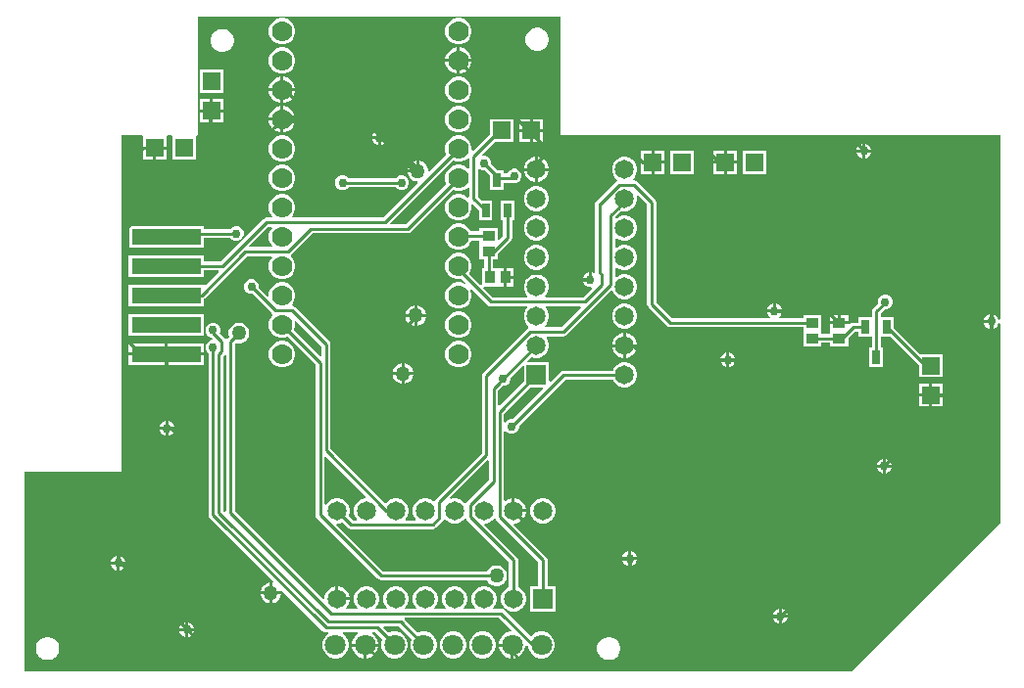
<source format=gbl>
G04*
G04 #@! TF.GenerationSoftware,Altium Limited,CircuitMaker,2.2.1 (2.2.1.6)*
G04*
G04 Layer_Physical_Order=2*
G04 Layer_Color=11436288*
%FSLAX25Y25*%
%MOIN*%
G70*
G04*
G04 #@! TF.SameCoordinates,7D6918CB-AAF1-45DD-B34D-4DF02806F7BC*
G04*
G04*
G04 #@! TF.FilePolarity,Positive*
G04*
G01*
G75*
%ADD12C,0.01000*%
%ADD32R,0.04134X0.03543*%
%ADD33R,0.03543X0.04134*%
%ADD38R,0.02559X0.04724*%
%ADD39C,0.02500*%
%ADD41R,0.05905X0.05905*%
%ADD44C,0.07087*%
%ADD45R,0.05905X0.05905*%
%ADD46C,0.06500*%
%ADD47R,0.06500X0.06500*%
%ADD48C,0.07000*%
%ADD49R,0.06500X0.06500*%
%ADD50C,0.03000*%
%ADD51C,0.05000*%
%ADD52R,0.23622X0.05512*%
G36*
X183071Y183465D02*
X332677D01*
Y120790D01*
X332177Y120690D01*
X331844Y121495D01*
X331140Y122198D01*
X330224Y122578D01*
Y120079D01*
Y117580D01*
X331140Y117959D01*
X331844Y118663D01*
X332177Y119467D01*
X332677Y119368D01*
X332677Y51181D01*
X282283Y787D01*
X787D01*
Y68898D01*
X33858D01*
Y183465D01*
X40871D01*
X41165Y183087D01*
X41165Y182965D01*
Y179634D01*
X45118D01*
X49071D01*
Y182965D01*
X49071Y183087D01*
X49365Y183465D01*
X50871D01*
X51165Y183087D01*
X51165Y182965D01*
Y175181D01*
X59071D01*
Y182965D01*
X59071Y183087D01*
X59365Y183465D01*
X59842D01*
Y224016D01*
X183071D01*
Y183465D01*
D02*
G37*
%LPC*%
G36*
X149018Y223398D02*
X147833D01*
X146688Y223091D01*
X145662Y222498D01*
X144824Y221661D01*
X144232Y220635D01*
X143925Y219490D01*
Y218305D01*
X144232Y217161D01*
X144824Y216135D01*
X145662Y215297D01*
X146688Y214704D01*
X147833Y214398D01*
X149018D01*
X150162Y214704D01*
X151188Y215297D01*
X152026Y216135D01*
X152619Y217161D01*
X152925Y218305D01*
Y219490D01*
X152619Y220635D01*
X152026Y221661D01*
X151188Y222498D01*
X150162Y223091D01*
X149018Y223398D01*
D02*
G37*
G36*
X89018D02*
X87833D01*
X86688Y223091D01*
X85662Y222498D01*
X84824Y221661D01*
X84232Y220635D01*
X83925Y219490D01*
Y218305D01*
X84232Y217161D01*
X84824Y216135D01*
X85662Y215297D01*
X86688Y214704D01*
X87833Y214398D01*
X89018D01*
X90162Y214704D01*
X91188Y215297D01*
X92026Y216135D01*
X92619Y217161D01*
X92925Y218305D01*
Y219490D01*
X92619Y220635D01*
X92026Y221661D01*
X91188Y222498D01*
X90162Y223091D01*
X89018Y223398D01*
D02*
G37*
G36*
X175717Y220094D02*
X174677D01*
X173671Y219825D01*
X172770Y219305D01*
X172034Y218569D01*
X171513Y217667D01*
X171244Y216662D01*
Y215621D01*
X171513Y214616D01*
X172034Y213715D01*
X172770Y212979D01*
X173671Y212458D01*
X174677Y212189D01*
X175717D01*
X176723Y212458D01*
X177624Y212979D01*
X178360Y213715D01*
X178880Y214616D01*
X179150Y215621D01*
Y216662D01*
X178880Y217667D01*
X178360Y218569D01*
X177624Y219305D01*
X176723Y219825D01*
X175717Y220094D01*
D02*
G37*
G36*
X68631Y219701D02*
X67590D01*
X66584Y219431D01*
X65683Y218911D01*
X64947Y218175D01*
X64427Y217274D01*
X64157Y216268D01*
Y215228D01*
X64427Y214222D01*
X64947Y213321D01*
X65683Y212585D01*
X66584Y212065D01*
X67590Y211795D01*
X68631D01*
X69636Y212065D01*
X70537Y212585D01*
X71273Y213321D01*
X71794Y214222D01*
X72063Y215228D01*
Y216268D01*
X71794Y217274D01*
X71273Y218175D01*
X70537Y218911D01*
X69636Y219431D01*
X68631Y219701D01*
D02*
G37*
G36*
X149018Y213398D02*
X148925D01*
Y209398D01*
X152925D01*
Y209490D01*
X152619Y210635D01*
X152026Y211661D01*
X151188Y212498D01*
X150162Y213091D01*
X149018Y213398D01*
D02*
G37*
G36*
X147925D02*
X147833D01*
X146688Y213091D01*
X145662Y212498D01*
X144824Y211661D01*
X144232Y210635D01*
X143925Y209490D01*
Y209398D01*
X147925D01*
Y213398D01*
D02*
G37*
G36*
X152925Y208398D02*
X148925D01*
Y204398D01*
X149018D01*
X150162Y204704D01*
X151188Y205297D01*
X152026Y206135D01*
X152619Y207161D01*
X152925Y208305D01*
Y208398D01*
D02*
G37*
G36*
X147925D02*
X143925D01*
Y208305D01*
X144232Y207161D01*
X144824Y206135D01*
X145662Y205297D01*
X146688Y204704D01*
X147833Y204398D01*
X147925D01*
Y208398D01*
D02*
G37*
G36*
X89018Y213398D02*
X87833D01*
X86688Y213091D01*
X85662Y212498D01*
X84824Y211661D01*
X84232Y210635D01*
X83925Y209490D01*
Y208305D01*
X84232Y207161D01*
X84824Y206135D01*
X85662Y205297D01*
X86688Y204704D01*
X87833Y204398D01*
X89018D01*
X90162Y204704D01*
X91188Y205297D01*
X92026Y206135D01*
X92619Y207161D01*
X92925Y208305D01*
Y209490D01*
X92619Y210635D01*
X92026Y211661D01*
X91188Y212498D01*
X90162Y213091D01*
X89018Y213398D01*
D02*
G37*
G36*
Y203398D02*
X88925D01*
Y199398D01*
X92925D01*
Y199490D01*
X92619Y200635D01*
X92026Y201661D01*
X91188Y202499D01*
X90162Y203091D01*
X89018Y203398D01*
D02*
G37*
G36*
X87925D02*
X87833D01*
X86688Y203091D01*
X85662Y202499D01*
X84824Y201661D01*
X84232Y200635D01*
X83925Y199490D01*
Y199398D01*
X87925D01*
Y203398D01*
D02*
G37*
G36*
X68421Y205724D02*
X60516D01*
Y197819D01*
X68421D01*
Y205724D01*
D02*
G37*
G36*
X149018Y203398D02*
X147833D01*
X146688Y203091D01*
X145662Y202499D01*
X144824Y201661D01*
X144232Y200635D01*
X143925Y199490D01*
Y198305D01*
X144232Y197161D01*
X144824Y196135D01*
X145662Y195297D01*
X146688Y194704D01*
X147833Y194398D01*
X149018D01*
X150162Y194704D01*
X151188Y195297D01*
X152026Y196135D01*
X152619Y197161D01*
X152925Y198305D01*
Y199490D01*
X152619Y200635D01*
X152026Y201661D01*
X151188Y202499D01*
X150162Y203091D01*
X149018Y203398D01*
D02*
G37*
G36*
X92925Y198398D02*
X88925D01*
Y194398D01*
X89018D01*
X90162Y194704D01*
X91188Y195297D01*
X92026Y196135D01*
X92619Y197161D01*
X92925Y198305D01*
Y198398D01*
D02*
G37*
G36*
X87925D02*
X83925D01*
Y198305D01*
X84232Y197161D01*
X84824Y196135D01*
X85662Y195297D01*
X86688Y194704D01*
X87833Y194398D01*
X87925D01*
Y198398D01*
D02*
G37*
G36*
X68421Y195724D02*
X64969D01*
Y192272D01*
X68421D01*
Y195724D01*
D02*
G37*
G36*
X63968D02*
X60516D01*
Y192272D01*
X63968D01*
Y195724D01*
D02*
G37*
G36*
X89018Y193398D02*
X88925D01*
Y189398D01*
X92925D01*
Y189490D01*
X92619Y190635D01*
X92026Y191661D01*
X91188Y192499D01*
X90162Y193091D01*
X89018Y193398D01*
D02*
G37*
G36*
X87925D02*
X87833D01*
X86688Y193091D01*
X85662Y192499D01*
X84824Y191661D01*
X84232Y190635D01*
X83925Y189490D01*
Y189398D01*
X87925D01*
Y193398D01*
D02*
G37*
G36*
X68421Y191272D02*
X64969D01*
Y187819D01*
X68421D01*
Y191272D01*
D02*
G37*
G36*
X63968D02*
X60516D01*
Y187819D01*
X63968D01*
Y191272D01*
D02*
G37*
G36*
X177181Y188992D02*
X173728D01*
Y185539D01*
X177181D01*
Y188992D01*
D02*
G37*
G36*
X172728D02*
X169276D01*
Y185539D01*
X172728D01*
Y188992D01*
D02*
G37*
G36*
X149018Y193398D02*
X147833D01*
X146688Y193091D01*
X145662Y192499D01*
X144824Y191661D01*
X144232Y190635D01*
X143925Y189490D01*
Y188305D01*
X144232Y187161D01*
X144824Y186135D01*
X145662Y185297D01*
X146688Y184704D01*
X147833Y184398D01*
X149018D01*
X150162Y184704D01*
X151188Y185297D01*
X152026Y186135D01*
X152619Y187161D01*
X152925Y188305D01*
Y189490D01*
X152619Y190635D01*
X152026Y191661D01*
X151188Y192499D01*
X150162Y193091D01*
X149018Y193398D01*
D02*
G37*
G36*
X92925Y188398D02*
X88925D01*
Y184398D01*
X89018D01*
X90162Y184704D01*
X91188Y185297D01*
X92026Y186135D01*
X92619Y187161D01*
X92925Y188305D01*
Y188398D01*
D02*
G37*
G36*
X87925D02*
X83925D01*
Y188305D01*
X84232Y187161D01*
X84824Y186135D01*
X85662Y185297D01*
X86688Y184704D01*
X87833Y184398D01*
X87925D01*
Y188398D01*
D02*
G37*
G36*
X122153Y185176D02*
Y183177D01*
X124152D01*
X123773Y184093D01*
X123070Y184797D01*
X122153Y185176D01*
D02*
G37*
G36*
X121153D02*
X120237Y184797D01*
X119534Y184093D01*
X119155Y183177D01*
X121153D01*
Y185176D01*
D02*
G37*
G36*
X177181Y184539D02*
X173728D01*
Y181087D01*
X177181D01*
Y184539D01*
D02*
G37*
G36*
X172728D02*
X169276D01*
Y181087D01*
X172728D01*
Y184539D01*
D02*
G37*
G36*
X124152Y182177D02*
X122153D01*
Y180178D01*
X123070Y180558D01*
X123773Y181261D01*
X124152Y182177D01*
D02*
G37*
G36*
X121153D02*
X119155D01*
X119534Y181261D01*
X120237Y180558D01*
X121153Y180178D01*
Y182177D01*
D02*
G37*
G36*
X286917Y180649D02*
Y178650D01*
X288916D01*
X288537Y179566D01*
X287833Y180269D01*
X286917Y180649D01*
D02*
G37*
G36*
X285917D02*
X285001Y180269D01*
X284298Y179566D01*
X283918Y178650D01*
X285917D01*
Y180649D01*
D02*
G37*
G36*
X167181Y188992D02*
X159276D01*
Y184025D01*
X153332Y178081D01*
X152925Y178381D01*
Y179490D01*
X152619Y180635D01*
X152026Y181661D01*
X151188Y182499D01*
X150162Y183091D01*
X149018Y183398D01*
X147833D01*
X146688Y183091D01*
X145662Y182499D01*
X144824Y181661D01*
X144232Y180635D01*
X143925Y179490D01*
Y178305D01*
X144232Y177161D01*
X144339Y176975D01*
X138646Y171281D01*
X138146Y171488D01*
Y171721D01*
X137907Y172611D01*
X137446Y173409D01*
X136795Y174060D01*
X135997Y174521D01*
X135146Y174749D01*
Y171260D01*
X134646D01*
Y170760D01*
X131156D01*
X131384Y169909D01*
X131845Y169111D01*
X132497Y168459D01*
X133295Y167998D01*
X134185Y167760D01*
X134417D01*
X134625Y167260D01*
X122792Y155427D01*
X91972D01*
X91781Y155889D01*
X92026Y156135D01*
X92619Y157161D01*
X92925Y158305D01*
Y159490D01*
X92619Y160635D01*
X92026Y161661D01*
X91188Y162498D01*
X90162Y163091D01*
X89018Y163398D01*
X87833D01*
X86688Y163091D01*
X85662Y162498D01*
X84824Y161661D01*
X84232Y160635D01*
X83925Y159490D01*
Y158305D01*
X84232Y157161D01*
X84824Y156135D01*
X85070Y155889D01*
X84879Y155427D01*
X83156D01*
X82571Y155311D01*
X82074Y154979D01*
X67562Y140466D01*
X61878D01*
Y142693D01*
X36256D01*
Y135181D01*
X61878D01*
Y137408D01*
X66678D01*
X66869Y136946D01*
X62340Y132417D01*
X61878Y132608D01*
Y132693D01*
X36256D01*
Y125181D01*
X61878D01*
Y127704D01*
X62105Y127856D01*
X76618Y142368D01*
X84879D01*
X85070Y141906D01*
X84824Y141661D01*
X84232Y140635D01*
X83925Y139490D01*
Y138305D01*
X84232Y137161D01*
X84824Y136135D01*
X85662Y135297D01*
X86688Y134704D01*
X87833Y134398D01*
X89018D01*
X90162Y134704D01*
X91188Y135297D01*
X92026Y136135D01*
X92619Y137161D01*
X92925Y138305D01*
Y139490D01*
X92619Y140635D01*
X92026Y141661D01*
X91514Y142173D01*
X91578Y142816D01*
X98807Y150045D01*
X131102D01*
X131688Y150162D01*
X132184Y150493D01*
X146502Y164812D01*
X146688Y164704D01*
X147833Y164398D01*
X149018D01*
X150162Y164704D01*
X151188Y165297D01*
X151552Y165661D01*
X152014Y165469D01*
Y162380D01*
X151514Y162173D01*
X151188Y162498D01*
X150162Y163091D01*
X149018Y163398D01*
X147833D01*
X146688Y163091D01*
X145662Y162498D01*
X144824Y161661D01*
X144232Y160635D01*
X143925Y159490D01*
Y158305D01*
X144232Y157161D01*
X144824Y156135D01*
X145662Y155297D01*
X146688Y154704D01*
X147833Y154398D01*
X149018D01*
X150162Y154704D01*
X151188Y155297D01*
X152026Y156135D01*
X152619Y157161D01*
X152925Y158305D01*
Y159490D01*
X152828Y159853D01*
X153276Y160112D01*
X155398Y157991D01*
Y154512D01*
X159957D01*
Y161236D01*
X156478D01*
X155073Y162641D01*
Y171841D01*
X155535Y172032D01*
X155670Y171896D01*
X156589Y171516D01*
X157424D01*
X159138Y169802D01*
Y164748D01*
X163697D01*
Y167368D01*
X166226D01*
X166936Y167074D01*
X167930D01*
X168849Y167455D01*
X169552Y168158D01*
X169933Y169077D01*
Y170072D01*
X169552Y170990D01*
X168849Y171694D01*
X167930Y172074D01*
X166936D01*
X166017Y171694D01*
X165313Y170990D01*
X165080Y170427D01*
X163697D01*
Y171472D01*
X161793D01*
X159587Y173679D01*
Y174513D01*
X159206Y175432D01*
X158503Y176135D01*
X157584Y176516D01*
X156800D01*
X156593Y177016D01*
X160663Y181087D01*
X167181D01*
Y188992D01*
D02*
G37*
G36*
X288916Y177650D02*
X286917D01*
Y175651D01*
X287833Y176030D01*
X288537Y176734D01*
X288916Y177650D01*
D02*
G37*
G36*
X285917D02*
X283918D01*
X284298Y176734D01*
X285001Y176030D01*
X285917Y175651D01*
Y177650D01*
D02*
G37*
G36*
X49071Y178634D02*
X45618D01*
Y175181D01*
X49071D01*
Y178634D01*
D02*
G37*
G36*
X44618D02*
X41165D01*
Y175181D01*
X44618D01*
Y178634D01*
D02*
G37*
G36*
X243126Y178165D02*
X239673D01*
Y174713D01*
X243126D01*
Y178165D01*
D02*
G37*
G36*
X218441D02*
X214988D01*
Y174713D01*
X218441D01*
Y178165D01*
D02*
G37*
G36*
X238673D02*
X235221D01*
Y174713D01*
X238673D01*
Y178165D01*
D02*
G37*
G36*
X213988D02*
X210535D01*
Y174713D01*
X213988D01*
Y178165D01*
D02*
G37*
G36*
X89018Y183398D02*
X87833D01*
X86688Y183091D01*
X85662Y182499D01*
X84824Y181661D01*
X84232Y180635D01*
X83925Y179490D01*
Y178305D01*
X84232Y177161D01*
X84824Y176135D01*
X85662Y175297D01*
X86688Y174704D01*
X87833Y174398D01*
X89018D01*
X90162Y174704D01*
X91188Y175297D01*
X92026Y176135D01*
X92619Y177161D01*
X92925Y178305D01*
Y179490D01*
X92619Y180635D01*
X92026Y181661D01*
X91188Y182499D01*
X90162Y183091D01*
X89018Y183398D01*
D02*
G37*
G36*
X175520Y176061D02*
X175461D01*
Y172311D01*
X179211D01*
Y172371D01*
X178921Y173451D01*
X178361Y174421D01*
X177570Y175212D01*
X176601Y175771D01*
X175520Y176061D01*
D02*
G37*
G36*
X174461D02*
X174401D01*
X173320Y175771D01*
X172351Y175212D01*
X171560Y174421D01*
X171000Y173451D01*
X170711Y172371D01*
Y172311D01*
X174461D01*
Y176061D01*
D02*
G37*
G36*
X134146Y174749D02*
X133295Y174521D01*
X132497Y174060D01*
X131845Y173409D01*
X131384Y172611D01*
X131156Y171760D01*
X134146D01*
Y174749D01*
D02*
G37*
G36*
X253126Y178165D02*
X245220D01*
Y170260D01*
X253126D01*
Y178165D01*
D02*
G37*
G36*
X243126Y173713D02*
X239673D01*
Y170260D01*
X243126D01*
Y173713D01*
D02*
G37*
G36*
X238673D02*
X235221D01*
Y170260D01*
X238673D01*
Y173713D01*
D02*
G37*
G36*
X228441Y178165D02*
X220535D01*
Y170260D01*
X228441D01*
Y178165D01*
D02*
G37*
G36*
X218441Y173713D02*
X214988D01*
Y170260D01*
X218441D01*
Y173713D01*
D02*
G37*
G36*
X213988D02*
X210535D01*
Y170260D01*
X213988D01*
Y173713D01*
D02*
G37*
G36*
X129631Y169823D02*
X128637D01*
X127718Y169442D01*
X127128Y168852D01*
X111061D01*
X110471Y169442D01*
X109552Y169823D01*
X108558D01*
X107639Y169442D01*
X106936Y168739D01*
X106555Y167820D01*
Y166825D01*
X106936Y165907D01*
X107639Y165203D01*
X108558Y164823D01*
X109552D01*
X110471Y165203D01*
X111061Y165793D01*
X127128D01*
X127718Y165203D01*
X128637Y164823D01*
X129631D01*
X130550Y165203D01*
X131253Y165907D01*
X131634Y166825D01*
Y167820D01*
X131253Y168739D01*
X130550Y169442D01*
X129631Y169823D01*
D02*
G37*
G36*
X179211Y171311D02*
X175461D01*
Y167561D01*
X175520D01*
X176601Y167851D01*
X177570Y168410D01*
X178361Y169202D01*
X178921Y170171D01*
X179211Y171251D01*
Y171311D01*
D02*
G37*
G36*
X174461D02*
X170711D01*
Y171251D01*
X171000Y170171D01*
X171560Y169202D01*
X172351Y168410D01*
X173320Y167851D01*
X174401Y167561D01*
X174461D01*
Y171311D01*
D02*
G37*
G36*
X89018Y173398D02*
X87833D01*
X86688Y173091D01*
X85662Y172499D01*
X84824Y171661D01*
X84232Y170635D01*
X83925Y169490D01*
Y168305D01*
X84232Y167161D01*
X84824Y166135D01*
X85662Y165297D01*
X86688Y164704D01*
X87833Y164398D01*
X89018D01*
X90162Y164704D01*
X91188Y165297D01*
X92026Y166135D01*
X92619Y167161D01*
X92925Y168305D01*
Y169490D01*
X92619Y170635D01*
X92026Y171661D01*
X91188Y172499D01*
X90162Y173091D01*
X89018Y173398D01*
D02*
G37*
G36*
X175520Y166061D02*
X174401D01*
X173320Y165771D01*
X172351Y165212D01*
X171560Y164421D01*
X171000Y163452D01*
X170711Y162371D01*
Y161251D01*
X171000Y160171D01*
X171560Y159202D01*
X172351Y158410D01*
X173320Y157851D01*
X174401Y157561D01*
X175520D01*
X176601Y157851D01*
X177570Y158410D01*
X178361Y159202D01*
X178921Y160171D01*
X179211Y161251D01*
Y162371D01*
X178921Y163452D01*
X178361Y164421D01*
X177570Y165212D01*
X176601Y165771D01*
X175520Y166061D01*
D02*
G37*
G36*
Y156061D02*
X174401D01*
X173320Y155771D01*
X172351Y155212D01*
X171560Y154421D01*
X171000Y153452D01*
X170711Y152371D01*
Y151251D01*
X171000Y150171D01*
X171560Y149202D01*
X172351Y148410D01*
X173320Y147851D01*
X174401Y147561D01*
X175520D01*
X176601Y147851D01*
X177570Y148410D01*
X178361Y149202D01*
X178921Y150171D01*
X179211Y151251D01*
Y152371D01*
X178921Y153452D01*
X178361Y154421D01*
X177570Y155212D01*
X176601Y155771D01*
X175520Y156061D01*
D02*
G37*
G36*
X61951Y152676D02*
X36329D01*
Y145164D01*
X61951D01*
Y148471D01*
X70828D01*
X71418Y147881D01*
X72337Y147500D01*
X73332D01*
X74251Y147881D01*
X74954Y148584D01*
X75335Y149503D01*
Y150497D01*
X74954Y151416D01*
X74251Y152119D01*
X73332Y152500D01*
X72337D01*
X71418Y152119D01*
X70828Y151529D01*
X61951D01*
Y152676D01*
D02*
G37*
G36*
X175520Y146061D02*
X174401D01*
X173320Y145771D01*
X172351Y145212D01*
X171560Y144421D01*
X171000Y143451D01*
X170711Y142370D01*
Y141252D01*
X171000Y140171D01*
X171560Y139201D01*
X172351Y138410D01*
X173320Y137851D01*
X174401Y137561D01*
X175520D01*
X176601Y137851D01*
X177570Y138410D01*
X178361Y139201D01*
X178921Y140171D01*
X179211Y141252D01*
Y142370D01*
X178921Y143451D01*
X178361Y144421D01*
X177570Y145212D01*
X176601Y145771D01*
X175520Y146061D01*
D02*
G37*
G36*
X167240Y138106D02*
X164969D01*
Y135539D01*
X167240D01*
Y138106D01*
D02*
G37*
G36*
X192807Y136751D02*
X191891Y136371D01*
X191188Y135668D01*
X190808Y134752D01*
X192807D01*
Y136751D01*
D02*
G37*
G36*
X167240Y134539D02*
X164969D01*
Y131972D01*
X167240D01*
Y134539D01*
D02*
G37*
G36*
X256405Y126121D02*
Y124122D01*
X258404D01*
X258025Y125038D01*
X257322Y125742D01*
X256405Y126121D01*
D02*
G37*
G36*
X255405D02*
X254489Y125742D01*
X253786Y125038D01*
X253407Y124122D01*
X255405D01*
Y126121D01*
D02*
G37*
G36*
X134358Y125537D02*
Y122547D01*
X137348D01*
X137120Y123398D01*
X136659Y124196D01*
X136007Y124848D01*
X135209Y125309D01*
X134358Y125537D01*
D02*
G37*
G36*
X133358D02*
X132507Y125309D01*
X131709Y124848D01*
X131058Y124196D01*
X130597Y123398D01*
X130369Y122547D01*
X133358D01*
Y125537D01*
D02*
G37*
G36*
X329224Y122578D02*
X328308Y122198D01*
X327605Y121495D01*
X327225Y120579D01*
X329224D01*
Y122578D01*
D02*
G37*
G36*
X281020Y122358D02*
X278453D01*
Y120087D01*
X281020D01*
Y122358D01*
D02*
G37*
G36*
X277453D02*
X274886D01*
Y120087D01*
X277453D01*
Y122358D01*
D02*
G37*
G36*
X137348Y121547D02*
X134358D01*
Y118558D01*
X135209Y118786D01*
X136007Y119246D01*
X136659Y119898D01*
X137120Y120696D01*
X137348Y121547D01*
D02*
G37*
G36*
X133358D02*
X130369D01*
X130597Y120696D01*
X131058Y119898D01*
X131709Y119246D01*
X132507Y118786D01*
X133358Y118558D01*
Y121547D01*
D02*
G37*
G36*
X329224Y119579D02*
X327225D01*
X327605Y118663D01*
X328308Y117959D01*
X329224Y117580D01*
Y119579D01*
D02*
G37*
G36*
X205520Y126061D02*
X204401D01*
X203320Y125771D01*
X202351Y125212D01*
X201560Y124421D01*
X201000Y123451D01*
X200711Y122371D01*
Y121251D01*
X201000Y120171D01*
X201560Y119202D01*
X202351Y118410D01*
X203320Y117851D01*
X204401Y117561D01*
X205520D01*
X206601Y117851D01*
X207570Y118410D01*
X208362Y119202D01*
X208921Y120171D01*
X209211Y121251D01*
Y122371D01*
X208921Y123451D01*
X208362Y124421D01*
X207570Y125212D01*
X206601Y125771D01*
X205520Y126061D01*
D02*
G37*
G36*
X61878Y122693D02*
X36256D01*
Y115181D01*
X61878D01*
Y122693D01*
D02*
G37*
G36*
X149018Y123398D02*
X147833D01*
X146688Y123091D01*
X145662Y122499D01*
X144824Y121661D01*
X144232Y120635D01*
X143925Y119490D01*
Y118305D01*
X144232Y117161D01*
X144824Y116135D01*
X145662Y115297D01*
X146688Y114704D01*
X147833Y114398D01*
X149018D01*
X150162Y114704D01*
X151188Y115297D01*
X152026Y116135D01*
X152619Y117161D01*
X152925Y118305D01*
Y119490D01*
X152619Y120635D01*
X152026Y121661D01*
X151188Y122499D01*
X150162Y123091D01*
X149018Y123398D01*
D02*
G37*
G36*
X74280Y119642D02*
X73358D01*
X72468Y119403D01*
X71670Y118942D01*
X71018Y118291D01*
X70557Y117493D01*
X70319Y116603D01*
Y115681D01*
X70504Y114990D01*
X69785Y114270D01*
X69698Y114141D01*
X69097D01*
X69042Y114223D01*
X67213Y116052D01*
X67445Y116613D01*
Y117607D01*
X67064Y118526D01*
X66361Y119230D01*
X65442Y119610D01*
X64448D01*
X63529Y119230D01*
X62826Y118526D01*
X62445Y117607D01*
Y116613D01*
X62826Y115694D01*
X63529Y114991D01*
X64245Y114694D01*
X64757Y114182D01*
X64566Y113721D01*
X64463D01*
X63544Y113340D01*
X62841Y112637D01*
X62461Y111718D01*
Y110723D01*
X62841Y109804D01*
X63431Y109214D01*
Y54134D01*
X63548Y53549D01*
X63879Y53052D01*
X85446Y31486D01*
X85187Y31038D01*
X85146Y31049D01*
Y28059D01*
X88135D01*
X88124Y28100D01*
X88572Y28359D01*
X102265Y14667D01*
X102761Y14335D01*
X103347Y14219D01*
X104147D01*
X104281Y13719D01*
X103864Y13478D01*
X103018Y12632D01*
X102420Y11596D01*
X102110Y10441D01*
Y9244D01*
X102420Y8089D01*
X103018Y7053D01*
X103864Y6207D01*
X104900Y5609D01*
X106055Y5299D01*
X107252D01*
X108407Y5609D01*
X109443Y6207D01*
X110289Y7053D01*
X110887Y8089D01*
X111197Y9244D01*
Y10441D01*
X110887Y11596D01*
X110289Y12632D01*
X109443Y13478D01*
X109027Y13719D01*
X109160Y14219D01*
X114147D01*
X114281Y13719D01*
X113864Y13478D01*
X113018Y12632D01*
X112420Y11596D01*
X112110Y10441D01*
Y10343D01*
X116654D01*
X121197D01*
Y10441D01*
X120887Y11596D01*
X120289Y12632D01*
X119443Y13478D01*
X119027Y13719D01*
X119160Y14219D01*
X120115D01*
X122536Y11797D01*
X122420Y11596D01*
X122110Y10441D01*
Y9244D01*
X122420Y8089D01*
X123018Y7053D01*
X123864Y6207D01*
X124900Y5609D01*
X126055Y5299D01*
X127252D01*
X128407Y5609D01*
X129443Y6207D01*
X130289Y7053D01*
X130887Y8089D01*
X131197Y9244D01*
Y10441D01*
X130887Y11596D01*
X130289Y12632D01*
X129443Y13478D01*
X128407Y14076D01*
X127252Y14386D01*
X126055D01*
X124900Y14076D01*
X124699Y13960D01*
X122902Y15757D01*
X123094Y16219D01*
X128114D01*
X132536Y11797D01*
X132420Y11596D01*
X132110Y10441D01*
Y9244D01*
X132420Y8089D01*
X133018Y7053D01*
X133864Y6207D01*
X134900Y5609D01*
X136055Y5299D01*
X137252D01*
X138407Y5609D01*
X139443Y6207D01*
X140289Y7053D01*
X140887Y8089D01*
X141197Y9244D01*
Y10441D01*
X140887Y11596D01*
X140289Y12632D01*
X139443Y13478D01*
X138407Y14076D01*
X137252Y14386D01*
X136055D01*
X134900Y14076D01*
X134699Y13960D01*
X129988Y18671D01*
X130195Y19171D01*
X162294D01*
X166618Y14848D01*
X166426Y14386D01*
X166055D01*
X164900Y14076D01*
X163864Y13478D01*
X163018Y12632D01*
X162420Y11596D01*
X162110Y10441D01*
Y10343D01*
X166654D01*
Y9843D01*
X167154D01*
Y5299D01*
X167252D01*
X168407Y5609D01*
X169443Y6207D01*
X170289Y7053D01*
X170887Y8089D01*
X171197Y9244D01*
Y9615D01*
X171659Y9807D01*
X172110Y9355D01*
Y9244D01*
X172420Y8089D01*
X173018Y7053D01*
X173864Y6207D01*
X174900Y5609D01*
X176055Y5299D01*
X177252D01*
X178407Y5609D01*
X179443Y6207D01*
X180289Y7053D01*
X180887Y8089D01*
X181197Y9244D01*
Y10441D01*
X180887Y11596D01*
X180289Y12632D01*
X179443Y13478D01*
X178407Y14076D01*
X177252Y14386D01*
X176055D01*
X174900Y14076D01*
X173864Y13478D01*
X173089Y12703D01*
X164009Y21782D01*
X163513Y22114D01*
X162928Y22230D01*
X160429D01*
X160238Y22692D01*
X160527Y22981D01*
X161086Y23950D01*
X161376Y25031D01*
Y26150D01*
X161086Y27231D01*
X160527Y28200D01*
X159736Y28991D01*
X158766Y29551D01*
X157685Y29841D01*
X156567D01*
X155485Y29551D01*
X154516Y28991D01*
X153725Y28200D01*
X153166Y27231D01*
X152876Y26150D01*
Y25031D01*
X153166Y23950D01*
X153725Y22981D01*
X154014Y22692D01*
X153823Y22230D01*
X150429D01*
X150238Y22692D01*
X150527Y22981D01*
X151086Y23950D01*
X151376Y25031D01*
Y26150D01*
X151086Y27231D01*
X150527Y28200D01*
X149735Y28991D01*
X148766Y29551D01*
X147686Y29841D01*
X146566D01*
X145485Y29551D01*
X144516Y28991D01*
X143725Y28200D01*
X143166Y27231D01*
X142876Y26150D01*
Y25031D01*
X143166Y23950D01*
X143725Y22981D01*
X144014Y22692D01*
X143823Y22230D01*
X140429D01*
X140238Y22692D01*
X140527Y22981D01*
X141086Y23950D01*
X141376Y25031D01*
Y26150D01*
X141086Y27231D01*
X140527Y28200D01*
X139735Y28991D01*
X138766Y29551D01*
X137686Y29841D01*
X136566D01*
X135485Y29551D01*
X134516Y28991D01*
X133725Y28200D01*
X133166Y27231D01*
X132876Y26150D01*
Y25031D01*
X133166Y23950D01*
X133725Y22981D01*
X134014Y22692D01*
X133823Y22230D01*
X130429D01*
X130238Y22692D01*
X130527Y22981D01*
X131086Y23950D01*
X131376Y25031D01*
Y26150D01*
X131086Y27231D01*
X130527Y28200D01*
X129736Y28991D01*
X128766Y29551D01*
X127685Y29841D01*
X126567D01*
X125486Y29551D01*
X124516Y28991D01*
X123725Y28200D01*
X123166Y27231D01*
X122876Y26150D01*
Y25031D01*
X123166Y23950D01*
X123725Y22981D01*
X124014Y22692D01*
X123823Y22230D01*
X120429D01*
X120238Y22692D01*
X120527Y22981D01*
X121086Y23950D01*
X121376Y25031D01*
Y26150D01*
X121086Y27231D01*
X120527Y28200D01*
X119736Y28991D01*
X118766Y29551D01*
X117685Y29841D01*
X116567D01*
X115486Y29551D01*
X114516Y28991D01*
X113725Y28200D01*
X113166Y27231D01*
X112876Y26150D01*
Y25031D01*
X113166Y23950D01*
X113725Y22981D01*
X114014Y22692D01*
X113823Y22230D01*
X110429D01*
X110238Y22692D01*
X110527Y22981D01*
X111086Y23950D01*
X111376Y25031D01*
Y25091D01*
X107126D01*
Y25591D01*
X106626D01*
Y29841D01*
X106567D01*
X105485Y29551D01*
X104516Y28991D01*
X103725Y28200D01*
X103166Y27231D01*
X102876Y26150D01*
Y25800D01*
X102414Y25609D01*
X72395Y55627D01*
Y112453D01*
X72798Y112792D01*
X73358Y112642D01*
X74280D01*
X75170Y112880D01*
X75968Y113341D01*
X76620Y113993D01*
X77080Y114791D01*
X77319Y115681D01*
Y116603D01*
X77080Y117493D01*
X76620Y118291D01*
X75968Y118942D01*
X75170Y119403D01*
X74280Y119642D01*
D02*
G37*
G36*
X205520Y116061D02*
X205461D01*
Y112311D01*
X209211D01*
Y112371D01*
X208921Y113452D01*
X208362Y114421D01*
X207570Y115212D01*
X206601Y115771D01*
X205520Y116061D01*
D02*
G37*
G36*
X204461D02*
X204401D01*
X203320Y115771D01*
X202351Y115212D01*
X201560Y114421D01*
X201000Y113452D01*
X200711Y112371D01*
Y112311D01*
X204461D01*
Y116061D01*
D02*
G37*
G36*
X61878Y112693D02*
X49567D01*
Y109437D01*
X61878D01*
Y112693D01*
D02*
G37*
G36*
X48567D02*
X36256D01*
Y109437D01*
X48567D01*
Y112693D01*
D02*
G37*
G36*
X209211Y111311D02*
X205461D01*
Y107561D01*
X205520D01*
X206601Y107851D01*
X207570Y108410D01*
X208362Y109202D01*
X208921Y110171D01*
X209211Y111251D01*
Y111311D01*
D02*
G37*
G36*
X204461D02*
X200711D01*
Y111251D01*
X201000Y110171D01*
X201560Y109202D01*
X202351Y108410D01*
X203320Y107851D01*
X204401Y107561D01*
X204461D01*
Y111311D01*
D02*
G37*
G36*
X240608Y109487D02*
Y107488D01*
X242607D01*
X242228Y108404D01*
X241524Y109108D01*
X240608Y109487D01*
D02*
G37*
G36*
X239608D02*
X238692Y109108D01*
X237989Y108404D01*
X237609Y107488D01*
X239608D01*
Y109487D01*
D02*
G37*
G36*
X61878Y108437D02*
X49567D01*
Y105181D01*
X61878D01*
Y108437D01*
D02*
G37*
G36*
X48567D02*
X36256D01*
Y105181D01*
X48567D01*
Y108437D01*
D02*
G37*
G36*
X242607Y106488D02*
X240608D01*
Y104489D01*
X241524Y104869D01*
X242228Y105572D01*
X242607Y106488D01*
D02*
G37*
G36*
X239608D02*
X237609D01*
X237989Y105572D01*
X238692Y104869D01*
X239608Y104489D01*
Y106488D01*
D02*
G37*
G36*
X149018Y113398D02*
X147833D01*
X146688Y113091D01*
X145662Y112498D01*
X144824Y111661D01*
X144232Y110635D01*
X143925Y109490D01*
Y108305D01*
X144232Y107161D01*
X144824Y106135D01*
X145662Y105297D01*
X146688Y104704D01*
X147833Y104398D01*
X149018D01*
X150162Y104704D01*
X151188Y105297D01*
X152026Y106135D01*
X152619Y107161D01*
X152925Y108305D01*
Y109490D01*
X152619Y110635D01*
X152026Y111661D01*
X151188Y112498D01*
X150162Y113091D01*
X149018Y113398D01*
D02*
G37*
G36*
X89018D02*
X87833D01*
X86688Y113091D01*
X85662Y112498D01*
X84824Y111661D01*
X84232Y110635D01*
X83925Y109490D01*
Y108305D01*
X84232Y107161D01*
X84824Y106135D01*
X85662Y105297D01*
X86688Y104704D01*
X87833Y104398D01*
X89018D01*
X90162Y104704D01*
X91188Y105297D01*
X92026Y106135D01*
X92619Y107161D01*
X92925Y108305D01*
Y109490D01*
X92619Y110635D01*
X92026Y111661D01*
X91188Y112498D01*
X90162Y113091D01*
X89018Y113398D01*
D02*
G37*
G36*
X130028Y105852D02*
Y102862D01*
X133017D01*
X132789Y103713D01*
X132328Y104511D01*
X131677Y105163D01*
X130878Y105624D01*
X130028Y105852D01*
D02*
G37*
G36*
X129028D02*
X128177Y105624D01*
X127378Y105163D01*
X126727Y104511D01*
X126266Y103713D01*
X126038Y102862D01*
X129028D01*
Y105852D01*
D02*
G37*
G36*
X205520Y176061D02*
X204401D01*
X203320Y175771D01*
X202351Y175212D01*
X201560Y174421D01*
X201000Y173451D01*
X200711Y172371D01*
Y171251D01*
X201000Y170171D01*
X201560Y169202D01*
X202302Y168459D01*
X202331Y168329D01*
X202330Y168277D01*
X202268Y167881D01*
X201912Y167642D01*
X195930Y161661D01*
X195871Y161649D01*
X195375Y161318D01*
X195044Y160821D01*
X194927Y160236D01*
Y136821D01*
X194778Y136665D01*
X194474Y136475D01*
X193807Y136751D01*
Y134252D01*
X193307D01*
Y133752D01*
X190808D01*
X191188Y132836D01*
X191891Y132133D01*
X192810Y131752D01*
X193594D01*
X193801Y131252D01*
X190850Y128301D01*
X178168D01*
X177961Y128801D01*
X178361Y129201D01*
X178921Y130171D01*
X179211Y131252D01*
Y132370D01*
X178921Y133451D01*
X178361Y134421D01*
X177570Y135212D01*
X176601Y135771D01*
X175520Y136061D01*
X174401D01*
X173320Y135771D01*
X172351Y135212D01*
X171560Y134421D01*
X171000Y133451D01*
X170711Y132370D01*
Y131252D01*
X171000Y130171D01*
X171560Y129201D01*
X171960Y128801D01*
X171753Y128301D01*
X160082D01*
X156873Y131510D01*
X157064Y131972D01*
X163969D01*
Y135039D01*
Y138106D01*
X160191D01*
Y141126D01*
X161728D01*
Y143030D01*
X166239Y147541D01*
X166570Y148037D01*
X166687Y148622D01*
Y154512D01*
X167437D01*
Y161236D01*
X162878D01*
Y154512D01*
X163628D01*
Y149256D01*
X162190Y147818D01*
X161728Y148009D01*
Y151984D01*
X155595D01*
Y150742D01*
X152557D01*
X152026Y151661D01*
X151188Y152498D01*
X150162Y153091D01*
X149018Y153398D01*
X147833D01*
X146688Y153091D01*
X145662Y152498D01*
X144824Y151661D01*
X144232Y150635D01*
X143925Y149490D01*
Y148305D01*
X144232Y147161D01*
X144824Y146135D01*
X145662Y145297D01*
X146688Y144704D01*
X147833Y144398D01*
X149018D01*
X150162Y144704D01*
X151188Y145297D01*
X152026Y146135D01*
X152619Y147161D01*
X152759Y147683D01*
X155595D01*
Y146441D01*
Y141126D01*
X157132D01*
Y138106D01*
X156382D01*
Y132655D01*
X155920Y132463D01*
X152108Y136276D01*
X152619Y137161D01*
X152925Y138305D01*
Y139490D01*
X152619Y140635D01*
X152026Y141661D01*
X151188Y142499D01*
X150162Y143091D01*
X149018Y143398D01*
X147833D01*
X146688Y143091D01*
X145662Y142499D01*
X144824Y141661D01*
X144232Y140635D01*
X143925Y139490D01*
Y138305D01*
X144232Y137161D01*
X144824Y136135D01*
X145662Y135297D01*
X146688Y134704D01*
X147833Y134398D01*
X149018D01*
X149524Y134533D01*
X150699Y133358D01*
X150392Y132958D01*
X150162Y133091D01*
X149018Y133398D01*
X147833D01*
X146688Y133091D01*
X145662Y132499D01*
X144824Y131661D01*
X144232Y130635D01*
X143925Y129490D01*
Y128305D01*
X144232Y127161D01*
X144824Y126135D01*
X145662Y125297D01*
X146688Y124704D01*
X147833Y124398D01*
X149018D01*
X150162Y124704D01*
X151188Y125297D01*
X152026Y126135D01*
X152619Y127161D01*
X152925Y128305D01*
Y129490D01*
X152619Y130635D01*
X152486Y130865D01*
X152886Y131172D01*
X158367Y125690D01*
X158864Y125359D01*
X159449Y125242D01*
X171674D01*
X171881Y124742D01*
X171560Y124421D01*
X171000Y123451D01*
X170711Y122371D01*
Y121251D01*
X171000Y120171D01*
X171560Y119202D01*
X172293Y118468D01*
X172320Y118301D01*
X172318Y118242D01*
X172250Y117891D01*
X171877Y117642D01*
X156793Y102558D01*
X156461Y102062D01*
X156345Y101476D01*
Y75141D01*
X140848Y59644D01*
X140516Y59148D01*
X140478Y58956D01*
X139935Y58792D01*
X139735Y58991D01*
X138766Y59551D01*
X137686Y59841D01*
X136566D01*
X135485Y59551D01*
X134516Y58991D01*
X133725Y58200D01*
X133166Y57231D01*
X132876Y56150D01*
Y55031D01*
X133166Y53950D01*
X133725Y52981D01*
X133874Y52832D01*
X133683Y52370D01*
X130569D01*
X130378Y52832D01*
X130527Y52981D01*
X131086Y53950D01*
X131376Y55031D01*
Y56150D01*
X131086Y57231D01*
X130527Y58200D01*
X129736Y58991D01*
X128766Y59551D01*
X127685Y59841D01*
X126567D01*
X125486Y59551D01*
X124516Y58991D01*
X123725Y58200D01*
X123435Y58162D01*
X104907Y76690D01*
Y112315D01*
X104791Y112900D01*
X104459Y113397D01*
X93318Y124538D01*
X93207Y124704D01*
X92932Y124979D01*
X92436Y125311D01*
X91997Y125398D01*
X91774Y125883D01*
X92026Y126135D01*
X92619Y127161D01*
X92925Y128305D01*
Y129490D01*
X92619Y130635D01*
X92026Y131661D01*
X91188Y132499D01*
X90162Y133091D01*
X89018Y133398D01*
X87833D01*
X86688Y133091D01*
X85662Y132499D01*
X84824Y131661D01*
X84232Y130635D01*
X83925Y129490D01*
Y128886D01*
X83425Y128679D01*
X80551Y131553D01*
Y132387D01*
X80171Y133306D01*
X79467Y134009D01*
X78549Y134390D01*
X77554D01*
X76635Y134009D01*
X75932Y133306D01*
X75551Y132387D01*
Y131393D01*
X75932Y130474D01*
X76635Y129770D01*
X77554Y129390D01*
X78388D01*
X84962Y122816D01*
X85148Y122692D01*
X85224Y122060D01*
X84824Y121661D01*
X84232Y120635D01*
X83925Y119490D01*
Y118305D01*
X84232Y117161D01*
X84824Y116135D01*
X85662Y115297D01*
X86688Y114704D01*
X87833Y114398D01*
X89018D01*
X90162Y114704D01*
X90348Y114812D01*
X99849Y105311D01*
Y54134D01*
X99965Y53549D01*
X100296Y53052D01*
X120966Y32383D01*
X121462Y32052D01*
X122047Y31935D01*
X158259D01*
X158617Y31315D01*
X159268Y30664D01*
X160066Y30203D01*
X160957Y29965D01*
X161878D01*
X162768Y30203D01*
X163566Y30664D01*
X164218Y31315D01*
X164679Y32114D01*
X164917Y33004D01*
Y33925D01*
X164679Y34815D01*
X164218Y35614D01*
X163566Y36265D01*
X162768Y36726D01*
X161878Y36965D01*
X160957D01*
X160066Y36726D01*
X159268Y36265D01*
X158617Y35614D01*
X158259Y34994D01*
X122681D01*
X106834Y50841D01*
X107041Y51341D01*
X107685D01*
X108766Y51630D01*
X108866Y51688D01*
X110794Y49759D01*
X111291Y49428D01*
X111876Y49311D01*
X139718D01*
X140304Y49428D01*
X140800Y49759D01*
X143011Y51970D01*
X143342Y52466D01*
X143374Y52625D01*
X143916Y52790D01*
X144516Y52190D01*
X145485Y51630D01*
X146566Y51341D01*
X147686D01*
X148766Y51630D01*
X149735Y52190D01*
X150478Y52932D01*
X150608Y52960D01*
X150660Y52960D01*
X151056Y52898D01*
X151295Y52542D01*
X165597Y38240D01*
Y29581D01*
X165486Y29551D01*
X164516Y28991D01*
X163725Y28200D01*
X163166Y27231D01*
X162876Y26150D01*
Y25031D01*
X163166Y23950D01*
X163725Y22981D01*
X164516Y22190D01*
X165486Y21630D01*
X166567Y21340D01*
X167685D01*
X168766Y21630D01*
X169736Y22190D01*
X170527Y22981D01*
X171086Y23950D01*
X171376Y25031D01*
Y26150D01*
X171086Y27231D01*
X170527Y28200D01*
X169736Y28991D01*
X168766Y29551D01*
X168655Y29581D01*
Y38873D01*
X168539Y39458D01*
X168207Y39955D01*
X157283Y50879D01*
X157475Y51341D01*
X157685D01*
X158766Y51630D01*
X159736Y52190D01*
X160478Y52932D01*
X160608Y52960D01*
X160660Y52960D01*
X161056Y52898D01*
X161294Y52542D01*
X175597Y38240D01*
Y29841D01*
X172876D01*
Y21340D01*
X181376D01*
Y29841D01*
X178655D01*
Y38873D01*
X178539Y39458D01*
X178207Y39955D01*
X167283Y50879D01*
X167475Y51341D01*
X167685D01*
X168766Y51630D01*
X169736Y52190D01*
X170527Y52981D01*
X171086Y53950D01*
X171376Y55031D01*
Y55090D01*
X167126D01*
Y55590D01*
X166626D01*
Y59841D01*
X166567D01*
X165486Y59551D01*
X164516Y58991D01*
X164393Y58868D01*
X163931Y59059D01*
Y82700D01*
X164350Y82818D01*
X164431Y82821D01*
X165119Y82133D01*
X166038Y81752D01*
X167033D01*
X167952Y82133D01*
X168655Y82836D01*
X169035Y83755D01*
Y84589D01*
X184728Y100282D01*
X200971D01*
X201000Y100171D01*
X201560Y99202D01*
X202351Y98410D01*
X203320Y97851D01*
X204401Y97561D01*
X205520D01*
X206601Y97851D01*
X207570Y98410D01*
X208362Y99202D01*
X208921Y100171D01*
X209211Y101251D01*
Y102371D01*
X208921Y103452D01*
X208362Y104421D01*
X207570Y105212D01*
X206601Y105771D01*
X205520Y106061D01*
X204401D01*
X203320Y105771D01*
X202351Y105212D01*
X201560Y104421D01*
X201000Y103452D01*
X200971Y103340D01*
X184095D01*
X183509Y103224D01*
X183013Y102892D01*
X179673Y99552D01*
X179211Y99743D01*
Y106061D01*
X172027D01*
X171835Y106523D01*
X173221Y107908D01*
X173320Y107851D01*
X174401Y107561D01*
X175520D01*
X176601Y107851D01*
X177570Y108410D01*
X178361Y109202D01*
X178921Y110171D01*
X179211Y111251D01*
Y112371D01*
X178921Y113452D01*
X178361Y114421D01*
X178212Y114570D01*
X178404Y115032D01*
X184101D01*
X184687Y115148D01*
X185183Y115480D01*
X200409Y130705D01*
X200892Y130576D01*
X201000Y130171D01*
X201560Y129201D01*
X202351Y128410D01*
X203320Y127851D01*
X204401Y127561D01*
X205520D01*
X206601Y127851D01*
X207570Y128410D01*
X208362Y129201D01*
X208921Y130171D01*
X209211Y131252D01*
Y132370D01*
X208921Y133451D01*
X208362Y134421D01*
X207570Y135212D01*
X206601Y135771D01*
X205520Y136061D01*
X204401D01*
X203320Y135771D01*
X202351Y135212D01*
X202202Y135063D01*
X201740Y135254D01*
Y138368D01*
X202202Y138559D01*
X202351Y138410D01*
X203320Y137851D01*
X204401Y137561D01*
X205520D01*
X206601Y137851D01*
X207570Y138410D01*
X208362Y139201D01*
X208921Y140171D01*
X209211Y141252D01*
Y142370D01*
X208921Y143451D01*
X208362Y144421D01*
X207570Y145212D01*
X206601Y145771D01*
X205520Y146061D01*
X204401D01*
X203320Y145771D01*
X202351Y145212D01*
X202202Y145063D01*
X201740Y145254D01*
Y148368D01*
X202202Y148559D01*
X202351Y148410D01*
X203320Y147851D01*
X204401Y147561D01*
X205520D01*
X206601Y147851D01*
X207570Y148410D01*
X208362Y149202D01*
X208921Y150171D01*
X209211Y151251D01*
Y152371D01*
X208921Y153452D01*
X208362Y154421D01*
X207570Y155212D01*
X206601Y155771D01*
X205520Y156061D01*
X204401D01*
X203320Y155771D01*
X202441Y155263D01*
X202117Y155351D01*
X201907Y155475D01*
X201875Y155716D01*
X203864Y157705D01*
X204401Y157561D01*
X205520D01*
X206601Y157851D01*
X207570Y158410D01*
X208362Y159202D01*
X208921Y160171D01*
X209211Y161251D01*
Y162371D01*
X209082Y162851D01*
X209530Y163110D01*
X212644Y159996D01*
Y125984D01*
X212760Y125399D01*
X213092Y124903D01*
X219489Y118505D01*
X219986Y118174D01*
X220571Y118057D01*
X265831D01*
Y116815D01*
Y111500D01*
X271965D01*
Y112742D01*
X274886D01*
Y111500D01*
X281020D01*
Y114290D01*
X283311Y116581D01*
X284531D01*
Y114748D01*
X289022D01*
Y111236D01*
X288272D01*
Y104512D01*
X292831D01*
Y111236D01*
X292081D01*
Y114748D01*
X295491D01*
X305102Y105136D01*
Y101047D01*
X313008D01*
Y108953D01*
X305612D01*
X296571Y117994D01*
Y121472D01*
X292081D01*
Y122742D01*
X293511Y124173D01*
X294050D01*
X294969Y124554D01*
X295673Y125257D01*
X296053Y126176D01*
Y127171D01*
X295673Y128089D01*
X294969Y128793D01*
X294050Y129173D01*
X293056D01*
X292137Y128793D01*
X291434Y128089D01*
X291053Y127171D01*
Y126176D01*
X291093Y126080D01*
X289470Y124457D01*
X289138Y123961D01*
X289022Y123376D01*
Y121472D01*
X284531D01*
Y119640D01*
X282677D01*
X282092Y119523D01*
X281596Y119192D01*
X281482Y119078D01*
X281460Y119087D01*
X274886D01*
Y115801D01*
X271965D01*
Y122358D01*
X265831D01*
Y121116D01*
X257595D01*
X257435Y121616D01*
X258025Y122206D01*
X258404Y123122D01*
X253407D01*
X253786Y122206D01*
X254376Y121616D01*
X254216Y121116D01*
X221204D01*
X215703Y126618D01*
Y160630D01*
X215586Y161215D01*
X215255Y161711D01*
X209324Y167642D01*
X208827Y167974D01*
X208242Y168090D01*
X207958D01*
X207750Y168590D01*
X208362Y169202D01*
X208921Y170171D01*
X209211Y171251D01*
Y172371D01*
X208921Y173451D01*
X208362Y174421D01*
X207570Y175212D01*
X206601Y175771D01*
X205520Y176061D01*
D02*
G37*
G36*
X133017Y101862D02*
X130028D01*
Y98873D01*
X130878Y99101D01*
X131677Y99562D01*
X132328Y100213D01*
X132789Y101011D01*
X133017Y101862D01*
D02*
G37*
G36*
X129028D02*
X126038D01*
X126266Y101011D01*
X126727Y100213D01*
X127378Y99562D01*
X128177Y99101D01*
X129028Y98873D01*
Y101862D01*
D02*
G37*
G36*
X313008Y98953D02*
X309555D01*
Y95500D01*
X313008D01*
Y98953D01*
D02*
G37*
G36*
X308555D02*
X305102D01*
Y95500D01*
X308555D01*
Y98953D01*
D02*
G37*
G36*
X313008Y94500D02*
X309555D01*
Y91047D01*
X313008D01*
Y94500D01*
D02*
G37*
G36*
X308555D02*
X305102D01*
Y91047D01*
X308555D01*
Y94500D01*
D02*
G37*
G36*
X49811Y86160D02*
Y84161D01*
X51810D01*
X51430Y85078D01*
X50727Y85781D01*
X49811Y86160D01*
D02*
G37*
G36*
X48811D02*
X47895Y85781D01*
X47192Y85078D01*
X46812Y84161D01*
X48811D01*
Y86160D01*
D02*
G37*
G36*
X51810Y83161D02*
X49811D01*
Y81163D01*
X50727Y81542D01*
X51430Y82245D01*
X51810Y83161D01*
D02*
G37*
G36*
X48811D02*
X46812D01*
X47192Y82245D01*
X47895Y81542D01*
X48811Y81163D01*
Y83161D01*
D02*
G37*
G36*
X293807Y73365D02*
Y71366D01*
X295806D01*
X295427Y72282D01*
X294723Y72986D01*
X293807Y73365D01*
D02*
G37*
G36*
X292807D02*
X291891Y72986D01*
X291188Y72282D01*
X290808Y71366D01*
X292807D01*
Y73365D01*
D02*
G37*
G36*
X295806Y70366D02*
X293807D01*
Y68367D01*
X294723Y68747D01*
X295427Y69450D01*
X295806Y70366D01*
D02*
G37*
G36*
X292807D02*
X290808D01*
X291188Y69450D01*
X291891Y68747D01*
X292807Y68367D01*
Y70366D01*
D02*
G37*
G36*
X167685Y59841D02*
X167626D01*
Y56090D01*
X171376D01*
Y56150D01*
X171086Y57231D01*
X170527Y58200D01*
X169736Y58991D01*
X168766Y59551D01*
X167685Y59841D01*
D02*
G37*
G36*
X177685D02*
X176567D01*
X175486Y59551D01*
X174516Y58991D01*
X173725Y58200D01*
X173166Y57231D01*
X172876Y56150D01*
Y55031D01*
X173166Y53950D01*
X173725Y52981D01*
X174516Y52190D01*
X175486Y51630D01*
X176567Y51341D01*
X177685D01*
X178766Y51630D01*
X179736Y52190D01*
X180527Y52981D01*
X181086Y53950D01*
X181376Y55031D01*
Y56150D01*
X181086Y57231D01*
X180527Y58200D01*
X179736Y58991D01*
X178766Y59551D01*
X177685Y59841D01*
D02*
G37*
G36*
X207193Y41869D02*
Y39870D01*
X209192D01*
X208812Y40786D01*
X208109Y41489D01*
X207193Y41869D01*
D02*
G37*
G36*
X206193D02*
X205277Y41489D01*
X204573Y40786D01*
X204194Y39870D01*
X206193D01*
Y41869D01*
D02*
G37*
G36*
X33177Y40294D02*
Y38295D01*
X35176D01*
X34797Y39211D01*
X34093Y39915D01*
X33177Y40294D01*
D02*
G37*
G36*
X32177D02*
X31261Y39915D01*
X30558Y39211D01*
X30178Y38295D01*
X32177D01*
Y40294D01*
D02*
G37*
G36*
X209192Y38870D02*
X207193D01*
Y36871D01*
X208109Y37251D01*
X208812Y37954D01*
X209192Y38870D01*
D02*
G37*
G36*
X206193D02*
X204194D01*
X204573Y37954D01*
X205277Y37251D01*
X206193Y36871D01*
Y38870D01*
D02*
G37*
G36*
X35176Y37295D02*
X33177D01*
Y35296D01*
X34093Y35676D01*
X34797Y36379D01*
X35176Y37295D01*
D02*
G37*
G36*
X32177D02*
X30178D01*
X30558Y36379D01*
X31261Y35676D01*
X32177Y35296D01*
Y37295D01*
D02*
G37*
G36*
X84146Y31049D02*
X83295Y30821D01*
X82497Y30360D01*
X81845Y29708D01*
X81384Y28910D01*
X81156Y28059D01*
X84146D01*
Y31049D01*
D02*
G37*
G36*
X107685Y29841D02*
X107626D01*
Y26091D01*
X111376D01*
Y26150D01*
X111086Y27231D01*
X110527Y28200D01*
X109736Y28991D01*
X108766Y29551D01*
X107685Y29841D01*
D02*
G37*
G36*
X88135Y27059D02*
X85146D01*
Y24070D01*
X85997Y24298D01*
X86795Y24758D01*
X87446Y25410D01*
X87907Y26208D01*
X88135Y27059D01*
D02*
G37*
G36*
X84146D02*
X81156D01*
X81384Y26208D01*
X81845Y25410D01*
X82497Y24758D01*
X83295Y24298D01*
X84146Y24070D01*
Y27059D01*
D02*
G37*
G36*
X258374Y22184D02*
Y20185D01*
X260373D01*
X259993Y21101D01*
X259290Y21804D01*
X258374Y22184D01*
D02*
G37*
G36*
X257374D02*
X256458Y21804D01*
X255755Y21101D01*
X255375Y20185D01*
X257374D01*
Y22184D01*
D02*
G37*
G36*
X260373Y19185D02*
X258374D01*
Y17186D01*
X259290Y17566D01*
X259993Y18269D01*
X260373Y19185D01*
D02*
G37*
G36*
X257374D02*
X255375D01*
X255755Y18269D01*
X256458Y17566D01*
X257374Y17186D01*
Y19185D01*
D02*
G37*
G36*
X56602Y17558D02*
Y15559D01*
X58601D01*
X58222Y16475D01*
X57519Y17178D01*
X56602Y17558D01*
D02*
G37*
G36*
X55602D02*
X54686Y17178D01*
X53983Y16475D01*
X53604Y15559D01*
X55602D01*
Y17558D01*
D02*
G37*
G36*
X58601Y14559D02*
X56602D01*
Y12560D01*
X57519Y12940D01*
X58222Y13643D01*
X58601Y14559D01*
D02*
G37*
G36*
X55602D02*
X53604D01*
X53983Y13643D01*
X54686Y12940D01*
X55602Y12560D01*
Y14559D01*
D02*
G37*
G36*
X166154Y9342D02*
X162110D01*
Y9244D01*
X162420Y8089D01*
X163018Y7053D01*
X163864Y6207D01*
X164900Y5609D01*
X166055Y5299D01*
X166154D01*
Y9342D01*
D02*
G37*
G36*
X157252Y14386D02*
X156055D01*
X154900Y14076D01*
X153864Y13478D01*
X153018Y12632D01*
X152420Y11596D01*
X152110Y10441D01*
Y9244D01*
X152420Y8089D01*
X153018Y7053D01*
X153864Y6207D01*
X154900Y5609D01*
X156055Y5299D01*
X157252D01*
X158407Y5609D01*
X159443Y6207D01*
X160289Y7053D01*
X160887Y8089D01*
X161197Y9244D01*
Y10441D01*
X160887Y11596D01*
X160289Y12632D01*
X159443Y13478D01*
X158407Y14076D01*
X157252Y14386D01*
D02*
G37*
G36*
X147252D02*
X146055D01*
X144900Y14076D01*
X143864Y13478D01*
X143018Y12632D01*
X142420Y11596D01*
X142110Y10441D01*
Y9244D01*
X142420Y8089D01*
X143018Y7053D01*
X143864Y6207D01*
X144900Y5609D01*
X146055Y5299D01*
X147252D01*
X148407Y5609D01*
X149443Y6207D01*
X150289Y7053D01*
X150887Y8089D01*
X151197Y9244D01*
Y10441D01*
X150887Y11596D01*
X150289Y12632D01*
X149443Y13478D01*
X148407Y14076D01*
X147252Y14386D01*
D02*
G37*
G36*
X121197Y9342D02*
X117154D01*
Y5299D01*
X117252D01*
X118407Y5609D01*
X119443Y6207D01*
X120289Y7053D01*
X120887Y8089D01*
X121197Y9244D01*
Y9342D01*
D02*
G37*
G36*
X116154D02*
X112110D01*
Y9244D01*
X112420Y8089D01*
X113018Y7053D01*
X113864Y6207D01*
X114900Y5609D01*
X116055Y5299D01*
X116154D01*
Y9342D01*
D02*
G37*
G36*
X200127Y12614D02*
X199086D01*
X198081Y12345D01*
X197179Y11824D01*
X196443Y11089D01*
X195923Y10187D01*
X195653Y9182D01*
Y8141D01*
X195923Y7136D01*
X196443Y6234D01*
X197179Y5498D01*
X198081Y4978D01*
X199086Y4709D01*
X200127D01*
X201132Y4978D01*
X202033Y5498D01*
X202769Y6234D01*
X203290Y7136D01*
X203559Y8141D01*
Y9182D01*
X203290Y10187D01*
X202769Y11089D01*
X202033Y11824D01*
X201132Y12345D01*
X200127Y12614D01*
D02*
G37*
G36*
X9182D02*
X8141D01*
X7136Y12345D01*
X6234Y11824D01*
X5498Y11089D01*
X4978Y10187D01*
X4709Y9182D01*
Y8141D01*
X4978Y7136D01*
X5498Y6234D01*
X6234Y5498D01*
X7136Y4978D01*
X8141Y4709D01*
X9182D01*
X10187Y4978D01*
X11089Y5498D01*
X11824Y6234D01*
X12345Y7136D01*
X12614Y8141D01*
Y9182D01*
X12345Y10187D01*
X11824Y11089D01*
X11089Y11824D01*
X10187Y12345D01*
X9182Y12614D01*
D02*
G37*
%LPD*%
G36*
X152014Y175469D02*
Y172326D01*
X151552Y172135D01*
X151188Y172499D01*
X150162Y173091D01*
X149018Y173398D01*
X147833D01*
X146688Y173091D01*
X145662Y172499D01*
X144824Y171661D01*
X144232Y170635D01*
X143925Y169490D01*
Y168305D01*
X144232Y167161D01*
X144339Y166975D01*
X130469Y153104D01*
X125448D01*
X125257Y153566D01*
X146502Y174812D01*
X146688Y174704D01*
X147833Y174398D01*
X149018D01*
X150162Y174704D01*
X151188Y175297D01*
X151552Y175661D01*
X152014Y175469D01*
D02*
G37*
G36*
X85070Y151906D02*
X84824Y151661D01*
X84232Y150635D01*
X83925Y149490D01*
Y148305D01*
X84232Y147161D01*
X84824Y146135D01*
X85070Y145889D01*
X84879Y145427D01*
X77501D01*
X77310Y145889D01*
X83789Y152368D01*
X84879D01*
X85070Y151906D01*
D02*
G37*
G36*
X69337Y108484D02*
Y55456D01*
X68837Y55249D01*
X68490Y55596D01*
Y108344D01*
X68837Y108691D01*
X69337Y108484D01*
D02*
G37*
G36*
X190158Y124780D02*
X183468Y118090D01*
X177957D01*
X177750Y118590D01*
X178361Y119202D01*
X178921Y120171D01*
X179211Y121251D01*
Y122371D01*
X178921Y123451D01*
X178361Y124421D01*
X178040Y124742D01*
X178247Y125242D01*
X189966D01*
X190158Y124780D01*
D02*
G37*
G36*
X101849Y111682D02*
Y108291D01*
X101387Y108099D01*
X92511Y116975D01*
X92619Y117161D01*
X92925Y118305D01*
Y119490D01*
X92776Y120047D01*
X93224Y120306D01*
X101849Y111682D01*
D02*
G37*
G36*
X170711Y104745D02*
Y99724D01*
X162393Y91406D01*
X161931Y91597D01*
Y96618D01*
X163373Y98060D01*
X164145D01*
X165064Y98441D01*
X165767Y99144D01*
X166147Y100063D01*
Y100835D01*
X170249Y104936D01*
X170711Y104745D01*
D02*
G37*
G36*
X177220Y97099D02*
X166873Y86752D01*
X166038D01*
X165119Y86371D01*
X164431Y85683D01*
X164350Y85686D01*
X163931Y85804D01*
Y88618D01*
X172873Y97561D01*
X177028D01*
X177220Y97099D01*
D02*
G37*
G36*
X158872Y72690D02*
Y66217D01*
X151295Y58640D01*
X151056Y58283D01*
X150660Y58221D01*
X150608Y58221D01*
X150478Y58249D01*
X149735Y58991D01*
X148766Y59551D01*
X147686Y59841D01*
X146566D01*
X145897Y59661D01*
X145639Y60110D01*
X158410Y72881D01*
X158872Y72690D01*
D02*
G37*
G36*
X116969Y60303D02*
X116777Y59841D01*
X116567D01*
X115486Y59551D01*
X114516Y58991D01*
X113725Y58200D01*
X113166Y57231D01*
X112876Y56150D01*
Y55031D01*
X113166Y53950D01*
X113725Y52981D01*
X113874Y52832D01*
X113683Y52370D01*
X112510D01*
X111029Y53851D01*
X111086Y53950D01*
X111376Y55031D01*
Y56150D01*
X111086Y57231D01*
X110527Y58200D01*
X109736Y58991D01*
X108766Y59551D01*
X107685Y59841D01*
X106567D01*
X105485Y59551D01*
X104516Y58991D01*
X103725Y58200D01*
X103407Y57650D01*
X102907Y57784D01*
Y73711D01*
X103369Y73902D01*
X116969Y60303D01*
D02*
G37*
D12*
X273917Y123622D02*
X277953Y119587D01*
X255906Y123622D02*
X273917D01*
X220571Y119587D02*
X268898D01*
X214173Y125984D02*
X220571Y119587D01*
X161417Y168898D02*
Y169685D01*
Y168898D02*
X166756D01*
X167433Y169574D01*
X109055Y167323D02*
X129134D01*
X123425Y153898D02*
X148425Y178898D01*
X83156Y153898D02*
X123425D01*
X317441Y95000D02*
X329724Y107283D01*
X293307Y70866D02*
X317441Y95000D01*
X309055D02*
X317441D01*
X200211Y132670D02*
Y156215D01*
X172959Y116561D02*
X184101D01*
X159449Y126772D02*
X191484D01*
X197307Y132595D01*
X184101Y116561D02*
X200211Y132670D01*
X196457Y136759D02*
Y160236D01*
Y136759D02*
X197307Y135909D01*
Y132595D02*
Y135909D01*
X190157Y134252D02*
X193307D01*
X187848Y136561D02*
X190157Y134252D01*
X172993Y136561D02*
X187848D01*
X171472Y135039D02*
X172993Y136561D01*
X164469Y135039D02*
X171472D01*
X148425Y137795D02*
X159449Y126772D01*
X148425Y137795D02*
Y138898D01*
X162453Y185039D02*
X163228D01*
X153543Y176129D02*
X162453Y185039D01*
X153543Y162008D02*
Y176129D01*
Y162008D02*
X157677Y157874D01*
X157087Y174016D02*
X161417Y169685D01*
X184095Y101811D02*
X204961D01*
X166535Y84252D02*
X184095Y101811D01*
X162402Y57584D02*
Y89252D01*
X160402Y65584D02*
Y97252D01*
X162402Y89252D02*
X174961Y101811D01*
X160402Y97252D02*
X174961Y111811D01*
X157874Y74508D02*
Y101476D01*
X172959Y116561D01*
X129528Y117323D02*
X133858Y121653D01*
X129528Y102362D02*
Y117323D01*
X133858Y121653D02*
Y122047D01*
X86043Y123898D02*
X91850D01*
X78051Y131890D02*
X86043Y123898D01*
X50220Y150000D02*
X72835D01*
X68195Y138937D02*
X83156Y153898D01*
X75984Y143898D02*
X90496D01*
X61024Y128937D02*
X75984Y143898D01*
X49067Y138937D02*
X68195D01*
X49067Y128937D02*
X61024D01*
X49140Y148920D02*
X50220Y150000D01*
X91850Y123898D02*
X92126Y123622D01*
Y123567D02*
Y123622D01*
Y123567D02*
X103378Y112315D01*
Y76056D02*
Y112315D01*
Y76056D02*
X123844Y55590D01*
X127126D01*
X183071Y3937D02*
X198819Y19685D01*
X221457D01*
X257874D01*
X210138Y31004D02*
X221457Y19685D01*
X206693Y34449D02*
X210138Y31004D01*
X206693Y34449D02*
Y39370D01*
X170276Y3937D02*
X183071D01*
X290551Y123376D02*
X293701Y126526D01*
X290551Y107874D02*
Y123376D01*
X293553Y126673D02*
X293701Y126526D01*
X196457Y160236D02*
X196668D01*
X202993Y166561D01*
X208242D01*
X214173Y160630D01*
X200211Y156215D02*
X202993Y158997D01*
X214173Y125984D02*
Y160630D01*
X307402Y105000D02*
X309055D01*
X294291Y118110D02*
X307402Y105000D01*
X268898Y114272D02*
X277953D01*
X278839D01*
X282677Y118110D01*
X286811D01*
X148740Y149213D02*
X158661D01*
Y135433D02*
Y143898D01*
X160433D01*
X165157Y148622D01*
Y157874D01*
X49067Y80859D02*
Y85185D01*
X202993Y159844D02*
X204961Y161811D01*
X202993Y158997D02*
Y159844D01*
X148425Y148898D02*
X148740Y149213D01*
X89606Y198898D02*
X99606Y188898D01*
X88425Y198898D02*
X89606D01*
X49951Y84301D02*
X57087Y77165D01*
X49311Y84941D02*
Y108693D01*
Y83661D02*
Y84941D01*
X49067Y108937D02*
X49311Y108693D01*
X63976Y191279D02*
X64468Y191772D01*
X63976Y164449D02*
Y191279D01*
X41260Y179134D02*
X45118D01*
X122047Y33465D02*
X161417D01*
X101378Y54134D02*
X122047Y33465D01*
X101378Y54134D02*
Y105945D01*
X88425Y118898D02*
X101378Y105945D01*
X111876Y50841D02*
X139718D01*
X107126Y55590D02*
X111876Y50841D01*
X139718D02*
X141929Y53051D01*
Y58563D02*
X157874Y74508D01*
X141929Y53051D02*
Y58563D01*
X152376Y53623D02*
X167126Y38873D01*
X152376Y53623D02*
Y57558D01*
X160402Y65584D01*
X162376Y57558D02*
X162402Y57584D01*
X162376Y53623D02*
Y57558D01*
Y53623D02*
X177126Y38873D01*
X90496Y143898D02*
X98173Y151575D01*
X131102D01*
X63976Y164449D02*
X88425Y188898D01*
X57402Y157874D02*
X63976Y164449D01*
X35335Y173209D02*
X41260Y179134D01*
X35335Y151803D02*
Y173209D01*
X131102Y151575D02*
X148425Y168898D01*
X70866Y113189D02*
X73819Y116142D01*
X70866Y54994D02*
Y113189D01*
Y54994D02*
X105159Y20701D01*
X35335Y113976D02*
Y151803D01*
Y113976D02*
X40157Y109153D01*
X35335Y151803D02*
X41406Y157874D01*
X103347Y3937D02*
X122559D01*
X67224D02*
X103347D01*
X84646Y22638D02*
X103347Y3937D01*
X84646Y22638D02*
Y27559D01*
X64961Y54134D02*
X103347Y15748D01*
X66961Y54962D02*
X104175Y17748D01*
X173786Y9843D02*
X176654D01*
X162928Y20701D02*
X173786Y9843D01*
X67961Y109978D02*
Y113142D01*
X64961Y116142D02*
X67961Y113142D01*
X66961Y108978D02*
X67961Y109978D01*
X66961Y54962D02*
Y108978D01*
X104175Y17748D02*
X128748D01*
X136653Y9843D01*
X73819Y116142D02*
X73819D01*
X64961Y54134D02*
Y111221D01*
X64945Y116157D02*
Y117110D01*
X105159Y20701D02*
X162928D01*
X64945Y116157D02*
X64960Y116141D01*
X64961Y116142D01*
X120748Y15748D02*
X126654Y9843D01*
X103347Y15748D02*
X120748D01*
X122559Y3937D02*
X170276D01*
X32677Y64468D02*
X49067Y80859D01*
X173878Y172894D02*
X177205Y176221D01*
X41406Y157874D02*
X57402D01*
X49067Y85185D02*
X49311Y84941D01*
X32677Y37795D02*
Y64468D01*
X57087Y68526D02*
Y77165D01*
X32677Y37795D02*
X33366D01*
X56102Y15059D01*
X67224Y3937D01*
X116654Y9843D02*
X122559Y3937D01*
X240108Y106988D02*
X242421D01*
X212598D02*
X240108D01*
X207776Y111811D02*
X212598Y106988D01*
X242421D02*
X278543Y70866D01*
X177205Y176221D02*
Y180118D01*
X204961Y111811D02*
X207776D01*
X166654Y7559D02*
X170276Y3937D01*
X166654Y7559D02*
Y9843D01*
X167126Y25591D02*
Y38873D01*
X177126Y25591D02*
Y38873D01*
X183346Y39370D02*
X206693D01*
X167126Y55590D02*
X183346Y39370D01*
X173878Y172894D02*
X174961Y171811D01*
X177205Y180118D02*
X205275D01*
X278543Y70866D02*
X293307D01*
Y55118D02*
Y70866D01*
X257874Y19685D02*
X293307Y55118D01*
X329724Y107283D02*
Y120079D01*
X286417Y178150D02*
X296260D01*
X329724Y144685D01*
Y120079D02*
Y144685D01*
X284449Y180118D02*
X286417Y178150D01*
X282480Y180118D02*
X284449D01*
X231299Y180118D02*
X282480D01*
Y180118D02*
Y180118D01*
X205275D02*
X231299D01*
X237205Y174213D01*
X239173D01*
X205275Y180118D02*
X211180Y174213D01*
X214488D01*
X148425Y208898D02*
X177205Y180118D01*
D32*
X268898Y114272D02*
D03*
Y119587D02*
D03*
X277953Y114272D02*
D03*
Y119587D02*
D03*
X158661Y143898D02*
D03*
Y149213D02*
D03*
D33*
X159153Y135039D02*
D03*
X164469D02*
D03*
D38*
X286811Y118110D02*
D03*
X294291D02*
D03*
X290551Y107874D02*
D03*
X165157Y157874D02*
D03*
X157677D02*
D03*
X161417Y168110D02*
D03*
D39*
X117008Y188898D02*
X134646Y171260D01*
X99606Y188898D02*
X117008D01*
X88425D02*
X99606D01*
D41*
X239173Y174213D02*
D03*
X249173D02*
D03*
X214488D02*
D03*
X224488D02*
D03*
X45118Y179134D02*
D03*
X55118D02*
D03*
X173228Y185039D02*
D03*
X163228D02*
D03*
D44*
X176654Y9843D02*
D03*
X166654D02*
D03*
X156653D02*
D03*
X146653D02*
D03*
X136653D02*
D03*
X126654D02*
D03*
X116654D02*
D03*
X106653D02*
D03*
D45*
X309055Y95000D02*
D03*
Y105000D02*
D03*
X64468Y191772D02*
D03*
Y201772D02*
D03*
D46*
X204961Y101811D02*
D03*
Y111811D02*
D03*
Y121811D02*
D03*
Y131811D02*
D03*
Y141811D02*
D03*
Y151811D02*
D03*
Y161811D02*
D03*
Y171811D02*
D03*
X174961D02*
D03*
Y161811D02*
D03*
Y151811D02*
D03*
Y141811D02*
D03*
Y131811D02*
D03*
Y121811D02*
D03*
Y111811D02*
D03*
X167126Y25591D02*
D03*
X157126D02*
D03*
X147126D02*
D03*
X137126D02*
D03*
X127126D02*
D03*
X117126D02*
D03*
X107126D02*
D03*
Y55590D02*
D03*
X117126D02*
D03*
X127126D02*
D03*
X137126D02*
D03*
X147126D02*
D03*
X157126D02*
D03*
X167126D02*
D03*
X177126D02*
D03*
D47*
X174961Y101811D02*
D03*
D48*
X148425Y138898D02*
D03*
Y148898D02*
D03*
X88425Y218898D02*
D03*
Y208898D02*
D03*
Y198898D02*
D03*
Y188898D02*
D03*
Y178898D02*
D03*
Y168898D02*
D03*
Y158898D02*
D03*
Y148898D02*
D03*
Y138898D02*
D03*
Y128898D02*
D03*
Y118898D02*
D03*
Y108898D02*
D03*
X148425Y218898D02*
D03*
Y208898D02*
D03*
Y198898D02*
D03*
Y188898D02*
D03*
Y178898D02*
D03*
Y168898D02*
D03*
Y158898D02*
D03*
Y128898D02*
D03*
Y118898D02*
D03*
Y108898D02*
D03*
D49*
X177126Y25591D02*
D03*
D50*
X255906Y123622D02*
D03*
X167433Y169574D02*
D03*
X109055Y167323D02*
D03*
X129134D02*
D03*
X193307Y134252D02*
D03*
X157087Y174016D02*
D03*
X166535Y84252D02*
D03*
X163647Y100560D02*
D03*
X78051Y131890D02*
D03*
X72835Y150000D02*
D03*
X293553Y126673D02*
D03*
X121653Y182677D02*
D03*
X64961Y111221D02*
D03*
X64945Y117110D02*
D03*
X57776Y118898D02*
D03*
X49311Y83661D02*
D03*
X32677Y37795D02*
D03*
X56102Y15059D02*
D03*
X240108Y106988D02*
D03*
X206693Y39370D02*
D03*
X257874Y19685D02*
D03*
X293307Y70866D02*
D03*
X329724Y120079D02*
D03*
X286417Y178150D02*
D03*
D51*
X129528Y102362D02*
D03*
X133858Y122047D02*
D03*
X134646Y171260D02*
D03*
X161417Y33465D02*
D03*
X84646Y27559D02*
D03*
X73819Y116142D02*
D03*
D52*
X49140Y148920D02*
D03*
X49067Y138937D02*
D03*
Y128937D02*
D03*
Y118937D02*
D03*
Y108937D02*
D03*
M02*

</source>
